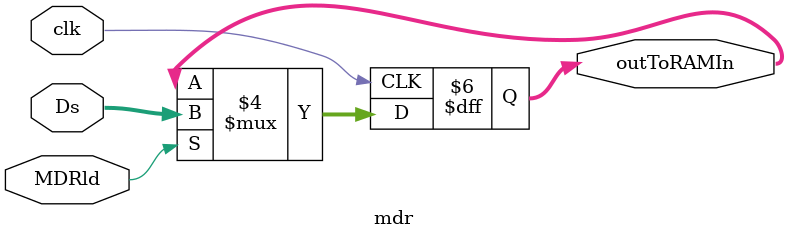
<source format=v>
/* Module of MDR
   Programmed by: Lianne Sánchez Rodríguez
   Phase 4 
   Professor: Nestor Rodríguez 
*/
module mdr(output reg [31:0] outToRAMIn, input [31:0] Ds, input MDRld, input clk);
	initial begin
	 	outToRAMIn = 32'b00000000000000000000000000000000;
	end
	always @(posedge clk) 
		begin
			if (MDRld == 1)
				outToRAMIn <= Ds;
		end
endmodule

// module mdrRegister; 
// 	// Inputs of ALU
	
// 	reg [31:0] in;
// 	reg MDRld;
// 	reg clk=0;
// 	//Outputs of ALU module
// 	wire [31:0] out;
// 	//test duration
// 	parameter stop_time = 10590;

// 	mdr mdr(out, in, MDRld, clk);
// 	initial #stop_time $finish;

// 	initial begin

// 	#10 in= 32'b1000; MDRld = 1;  
//  	#10 in= 32'b0011; //#30 MDRld=0;
//  	#30 in= 32'b1100; 
//  	#40 in= 32'b1111;

// 	end
// 		initial begin
// 		repeat (500) begin
// 			#5 clk = ~clk;
// 		end
// 	end
// 	initial begin
// 		$display ("\n\n\t\tInput\t\t\tOutput\t\t\tMDRld");
// 		$monitor ("%0d\t%b\t\t%b\t%b", $time,in, out, MDRld);
// 	end
	
//  endmodule
</source>
